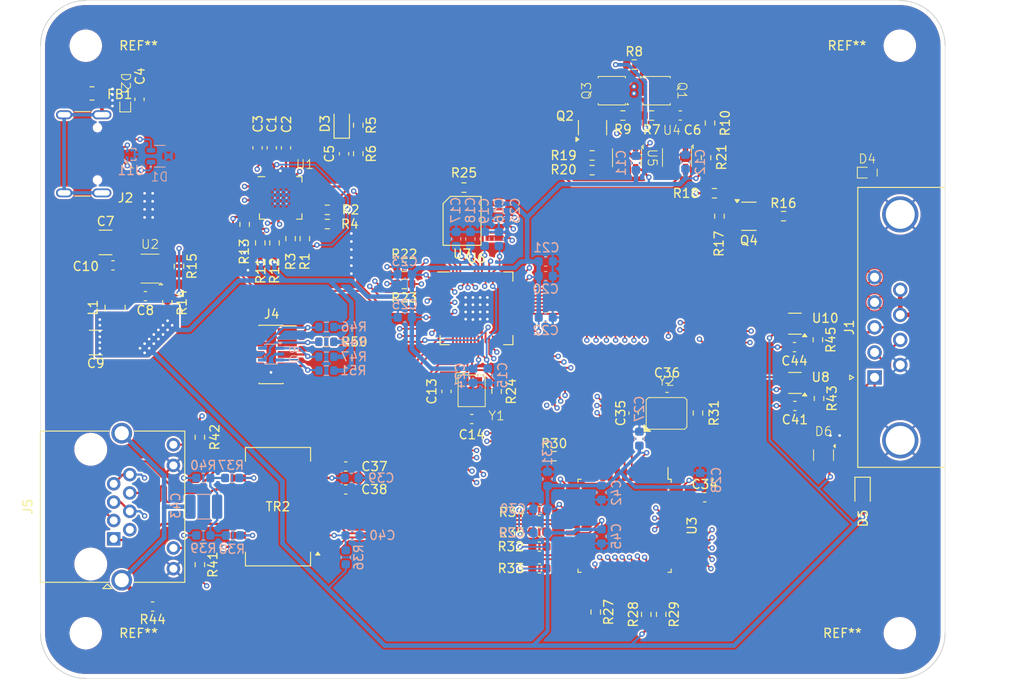
<source format=kicad_pcb>
(kicad_pcb
	(version 20241229)
	(generator "pcbnew")
	(generator_version "9.0")
	(general
		(thickness 1.6)
		(legacy_teardrops no)
	)
	(paper "A4")
	(layers
		(0 "F.Cu" signal)
		(4 "In1.Cu" signal)
		(6 "In2.Cu" signal)
		(2 "B.Cu" signal)
		(9 "F.Adhes" user "F.Adhesive")
		(11 "B.Adhes" user "B.Adhesive")
		(13 "F.Paste" user)
		(15 "B.Paste" user)
		(5 "F.SilkS" user "F.Silkscreen")
		(7 "B.SilkS" user "B.Silkscreen")
		(1 "F.Mask" user)
		(3 "B.Mask" user)
		(17 "Dwgs.User" user "User.Drawings")
		(19 "Cmts.User" user "User.Comments")
		(21 "Eco1.User" user "User.Eco1")
		(23 "Eco2.User" user "User.Eco2")
		(25 "Edge.Cuts" user)
		(27 "Margin" user)
		(31 "F.CrtYd" user "F.Courtyard")
		(29 "B.CrtYd" user "B.Courtyard")
		(35 "F.Fab" user)
		(33 "B.Fab" user)
		(39 "User.1" user)
		(41 "User.2" user)
		(43 "User.3" user)
		(45 "User.4" user)
	)
	(setup
		(stackup
			(layer "F.SilkS"
				(type "Top Silk Screen")
			)
			(layer "F.Paste"
				(type "Top Solder Paste")
			)
			(layer "F.Mask"
				(type "Top Solder Mask")
				(thickness 0.01)
			)
			(layer "F.Cu"
				(type "copper")
				(thickness 0.035)
			)
			(layer "dielectric 1"
				(type "prepreg")
				(thickness 0.1)
				(material "FR4")
				(epsilon_r 4.5)
				(loss_tangent 0.02)
			)
			(layer "In1.Cu"
				(type "copper")
				(thickness 0.035)
			)
			(layer "dielectric 2"
				(type "core")
				(thickness 1.24)
				(material "FR4")
				(epsilon_r 4.5)
				(loss_tangent 0.02)
			)
			(layer "In2.Cu"
				(type "copper")
				(thickness 0.035)
			)
			(layer "dielectric 3"
				(type "prepreg")
				(thickness 0.1)
				(material "FR4")
				(epsilon_r 4.5)
				(loss_tangent 0.02)
			)
			(layer "B.Cu"
				(type "copper")
				(thickness 0.035)
			)
			(layer "B.Mask"
				(type "Bottom Solder Mask")
				(thickness 0.01)
			)
			(layer "B.Paste"
				(type "Bottom Solder Paste")
			)
			(layer "B.SilkS"
				(type "Bottom Silk Screen")
			)
			(copper_finish "None")
			(dielectric_constraints no)
		)
		(pad_to_mask_clearance 0)
		(allow_soldermask_bridges_in_footprints no)
		(tenting front back)
		(pcbplotparams
			(layerselection 0x00000000_00000000_55555555_5755f5ff)
			(plot_on_all_layers_selection 0x00000000_00000000_00000000_00000000)
			(disableapertmacros no)
			(usegerberextensions no)
			(usegerberattributes yes)
			(usegerberadvancedattributes yes)
			(creategerberjobfile yes)
			(dashed_line_dash_ratio 12.000000)
			(dashed_line_gap_ratio 3.000000)
			(svgprecision 4)
			(plotframeref no)
			(mode 1)
			(useauxorigin no)
			(hpglpennumber 1)
			(hpglpenspeed 20)
			(hpglpendiameter 15.000000)
			(pdf_front_fp_property_popups yes)
			(pdf_back_fp_property_popups yes)
			(pdf_metadata yes)
			(pdf_single_document no)
			(dxfpolygonmode yes)
			(dxfimperialunits yes)
			(dxfusepcbnewfont yes)
			(psnegative no)
			(psa4output no)
			(plot_black_and_white yes)
			(sketchpadsonfab no)
			(plotpadnumbers no)
			(hidednponfab no)
			(sketchdnponfab yes)
			(crossoutdnponfab yes)
			(subtractmaskfromsilk no)
			(outputformat 1)
			(mirror no)
			(drillshape 1)
			(scaleselection 1)
			(outputdirectory "")
		)
	)
	(net 0 "")
	(net 1 "/Power/2v7")
	(net 2 "GND")
	(net 3 "Net-(U1-VREG_1V2)")
	(net 4 "Net-(U1-VDD)")
	(net 5 "/Power/Vbus")
	(net 6 "Net-(D3-K)")
	(net 7 "Net-(C6-Pad1)")
	(net 8 "+VDC")
	(net 9 "Net-(U2-CB)")
	(net 10 "Net-(U2-SW)")
	(net 11 "+3V3")
	(net 12 "Net-(U6-Xin)")
	(net 13 "Net-(C14-Pad2)")
	(net 14 "+1V1")
	(net 15 "Net-(U3-Vcap)")
	(net 16 "Net-(U3-OSC1)")
	(net 17 "Net-(C36-Pad1)")
	(net 18 "MAG_IN+")
	(net 19 "TPIN+")
	(net 20 "MAG_IN-")
	(net 21 "TPIN-")
	(net 22 "MAG_IN_Center")
	(net 23 "MAG_OUT_Center")
	(net 24 "Net-(C43-Pad2)")
	(net 25 "GNDPWR")
	(net 26 "/Power/CC2")
	(net 27 "/Power/CC1")
	(net 28 "Net-(D5-K)")
	(net 29 "DATA_LED")
	(net 30 "sense_2_proc")
	(net 31 "sense_1_proc")
	(net 32 "CLK_LED")
	(net 33 "/P3")
	(net 34 "/P4")
	(net 35 "/P2")
	(net 36 "/P1")
	(net 37 "Net-(J2-SHIELD)")
	(net 38 "Net-(U11-D+)")
	(net 39 "Net-(U11-D-)")
	(net 40 "RX+")
	(net 41 "TX-")
	(net 42 "Net-(J5-Pad10)")
	(net 43 "Net-(J5-Pad7)")
	(net 44 "Net-(J5-Pad4)")
	(net 45 "RX-")
	(net 46 "Net-(J5-Pad12)")
	(net 47 "TX+")
	(net 48 "Net-(Q1-Pad4)")
	(net 49 "Net-(Q2-G)")
	(net 50 "Net-(Q2-D)")
	(net 51 "Net-(Q4-D)")
	(net 52 "Net-(Q4-G)")
	(net 53 "Net-(U1-ADDR0)")
	(net 54 "Net-(U1-ADDR1)")
	(net 55 "Net-(U1-VBUS_VS_DISCH)")
	(net 56 "/Power/DISCH")
	(net 57 "SCL")
	(net 58 "SDA")
	(net 59 "RESET")
	(net 60 "Net-(U2-FB)")
	(net 61 "Discharge")
	(net 62 "Net-(R20-Pad2)")
	(net 63 "Net-(U1-VBUS_EN_SNK)")
	(net 64 "D-")
	(net 65 "D+")
	(net 66 "Net-(U6-Xout)")
	(net 67 "Net-(U6-QSPI_SS_N)")
	(net 68 "~{INT}")
	(net 69 "Net-(U3-PSPCFG0)")
	(net 70 "Net-(U3-Rbias)")
	(net 71 "Net-(U3-OSC2)")
	(net 72 "MAG_OUT+")
	(net 73 "MAG_OUT-")
	(net 74 "Net-(TR2-C_RX)")
	(net 75 "Net-(TR2-C_TX)")
	(net 76 "LED_B")
	(net 77 "LED_A")
	(net 78 "Net-(U6-SWCLK)")
	(net 79 "unconnected-(U1-POWER_OK3-Pad14)")
	(net 80 "unconnected-(U1-A_B_SIDE-Pad17)")
	(net 81 "unconnected-(U1-POWER_OK2-Pad20)")
	(net 82 "ALERT")
	(net 83 "unconnected-(U1-NC-Pad3)")
	(net 84 "unconnected-(U1-Attach-Pad11)")
	(net 85 "unconnected-(U1-GPIO-Pad15)")
	(net 86 "Net-(U3-SI{slash}RD{slash}R~{W})")
	(net 87 "Net-(U3-AD3)")
	(net 88 "Net-(U3-AD12)")
	(net 89 "Net-(U3-AD14)")
	(net 90 "Net-(U3-AD10)")
	(net 91 "Net-(U3-~{CS}{slash}CS)")
	(net 92 "Net-(U3-SO{slash}WR{slash}EN)")
	(net 93 "Net-(U3-AD5)")
	(net 94 "Net-(U3-AD9)")
	(net 95 "Net-(U3-AD4)")
	(net 96 "unconnected-(U3-CLKOUT-Pad23)")
	(net 97 "Net-(U3-SCK{slash}AL)")
	(net 98 "Net-(U3-AD2)")
	(net 99 "Net-(U3-AD11)")
	(net 100 "Net-(U3-AD8)")
	(net 101 "Net-(U3-AD13)")
	(net 102 "Net-(U3-AD1)")
	(net 103 "Net-(U3-AD0)")
	(net 104 "Net-(U3-AD6)")
	(net 105 "Net-(U3-AD7)")
	(net 106 "Net-(U4-Pad4)")
	(net 107 "Enable")
	(net 108 "Net-(U6-QSPI_SD2)")
	(net 109 "Net-(U6-QSPI_SD1)")
	(net 110 "MEAS_1")
	(net 111 "MEAS_2")
	(net 112 "Net-(U6-QSPI_SD3)")
	(net 113 "Net-(U6-QSPI_SCLK)")
	(net 114 "Net-(U6-QSPI_SD0)")
	(footprint "Resistor_SMD:R_0603_1608Metric" (layer "F.Cu") (at 114.5662 87.7702 -90))
	(footprint "Capacitor_SMD:C_0603_1608Metric" (layer "F.Cu") (at 161.2632 105.8422 180))
	(footprint "Resistor_SMD:R_0603_1608Metric" (layer "F.Cu") (at 116.2934 89.8144 90))
	(footprint "Capacitor_SMD:C_1210_3225Metric" (layer "F.Cu") (at 98.1072 100.8384 180))
	(footprint "Capacitor_SMD:C_0603_1608Metric" (layer "F.Cu") (at 147.1538 123.4186 180))
	(footprint "Package_TO_SOT_SMD:SOT-23-3" (layer "F.Cu") (at 170.3125 86.868))
	(footprint "Pyllr_Package_DFN_QFN:QFN-56_1EP_7.75x7.75mm_P0.4mm_3.2x3.2mm" (layer "F.Cu") (at 140.2 97.0549))
	(footprint "Resistor_SMD:R_0603_1608Metric" (layer "F.Cu") (at 127.127 79.946 -90))
	(footprint "Capacitor_SMD:C_0603_1608Metric" (layer "F.Cu") (at 139.6728 109.3035))
	(footprint "Capacitor_SMD:C_0603_1608Metric" (layer "F.Cu") (at 136.8788 106.2425 90))
	(footprint "Capacitor_SMD:C_0603_1608Metric" (layer "F.Cu") (at 125.7442 114.5544 180))
	(footprint "Resistor_SMD:R_0603_1608Metric" (layer "F.Cu") (at 167.0551 86.8616 -90))
	(footprint "Pyllr_Package_Crystal:CFPX-180" (layer "F.Cu") (at 161.2072 108.6752))
	(footprint "Resistor_SMD:R_0603_1608Metric" (layer "F.Cu") (at 156.3776 75.722))
	(footprint "Package_TO_SOT_SMD:SOT-23-3" (layer "F.Cu") (at 153.0248 77.0627 90))
	(footprint "Resistor_SMD:R_0603_1608Metric" (layer "F.Cu") (at 157.6354 70.0832))
	(footprint "Connector_Dsub:DSUB-9_Pins_Horizontal_P2.77x2.84mm_EdgePinOffset4.94mm_Housed_MountingHolesOffset4.94mm" (layer "F.Cu") (at 184.2068 104.6988 90))
	(footprint "Pyllr_Package_SO:SOIC-8_5.28x5.28mm_P1.27mm" (layer "F.Cu") (at 138.601 87.376))
	(footprint "Capacitor_SMD:C_0603_1608Metric" (layer "F.Cu") (at 117.5634 79.2988 90))
	(footprint "Package_TO_SOT_SMD:SOT-353_SC-70-5" (layer "F.Cu") (at 175.3994 105.3084 180))
	(footprint "Resistor_SMD:R_0603_1608Metric" (layer "F.Cu") (at 106.0196 96.4306 90))
	(footprint "Capacitor_SMD:C_0603_1608Metric" (layer "F.Cu") (at 147.1538 125.8316))
	(footprint "Capacitor_SMD:C_0603_1608Metric" (layer "F.Cu") (at 147.1408 119.4816 180))
	(footprint "Capacitor_SMD:C_0603_1608Metric" (layer "F.Cu") (at 175.3994 107.8484))
	(footprint "Capacitor_SMD:C_0603_1608Metric" (layer "F.Cu") (at 157.5672 108.6492 90))
	(footprint "Package_TO_SOT_SMD:SOT-353_SC-70-5" (layer "F.Cu") (at 175.3994 98.7552 180))
	(footprint "Resistor_SMD:R_0603_1608Metric" (layer "F.Cu") (at 166.4963 84.3216 180))
	(footprint "Resistor_SMD:R_0603_1608Metric" (layer "F.Cu") (at 117.8682 89.8144 90))
	(footprint "Capacitor_SMD:C_0603_1608Metric" (layer "F.Cu") (at 115.9886 79.2988 90))
	(footprint "Resistor_SMD:R_0603_1608Metric" (layer "F.Cu") (at 165.5724 80.3956 90))
	(footprint "Diode_SMD:D_SOD-323" (layer "F.Cu") (at 125.2982 76.6222 90))
	(footprint "Capacitor_SMD:C_0603_1608Metric" (layer "F.Cu") (at 125.5522 79.9582 -90))
	(footprint "Capacitor_SMD:C_0603_1608Metric" (layer "F.Cu") (at 162.7284 75.722))
	(footprint "Capacitor_SMD:C_0603_1608Metric" (layer "F.Cu") (at 103.5954 95.7076 180))
	(footprint "Resistor_SMD:R_0603_1608Metric" (layer "F.Cu") (at 158.9648 130.9116 90))
	(footprint "Pyllr_Package_TO_SOT_SMD:SOT23-5_2.6W" (layer "F.Cu") (at 156.8348 80.3956 -90))
	(footprint "Resistor_SMD:R_0805_2012Metric" (layer "F.Cu") (at 97.6865 73.279 180))
	(footprint "Resistor_SMD:R_0603_1608Metric" (layer "F.Cu") (at 160.6158 130.9116 -90))
	(footprint "Pyllr_Package_SON:PowerDI3333-8-UX" (layer "F.Cu") (at 155.1584 72.9788 90))
	(footprint "Resistor_SMD:R_0603_1608Metric"
		(layer "F.Cu")
		(uuid "65ab861e-7e70-493f-b6e0-3d6286a80b14")
		(at 148.781 113.411 180)
		(descr "Resistor SMD 0603 (1608 Metric), square (rectangular) end terminal, IPC-7351 nominal, (Body size source: IPC-SM-782 page 72, https://www.pcb-3d.com/wordpress/wp-content/uploads/ipc-sm-782a_amendment_1_and_2.pdf), generated with kicad-footprint-generator")
		(tags "resistor")
		(property "Reference" "R30"
			(at 0 1.397 0)
			(layer "F.SilkS")
			(uuid "cd2b975a-23a5-4514-ad65-a8b62abcb14a")
			(effects
				(font
					(size 1 1)
					(thickness 0.15)
				)
			)
		)
		(property "Value" "12k4"
			(at 0 1.43 0)
			(layer "F.Fab")
			(uuid "4f9138fe-37ff-48d9-a55d-594fdc512ea2")
			(effects
				(font
					(size 1 1)
					(thickness 0.15)
				)
			)
		)
		(property "Datasheet" ""
			(at 0 0 0)
			(layer "F.Fab")
			(hide yes)
			(uuid "845076eb-afe8-4a2f-8832-dd907fc7ab87")
			(effects
				(font
					(size 1.27 1.27)
					(thickness 0.15)
				)
			)
		)
		(property "Description" "Resistor"
			(at 0 0 0)
			(layer "F.Fab")
			(hide yes)
			(uuid "a68ec99f-a8f3-4951-8156-6b3939cb675d")
			(effects
				(font
					(size 1.27 1.27)
					(thickness 0.15)
				)
			)
		)
		(property ki_fp_filters "R_*")
		(path "/d849fe79-2ff9-43aa-8f70-e5a9697e72af")
		(sheetname "/")
		(sheetfile "Ethy.kicad_sch")
		(attr smd)
		(fp_line
			(start -0.237258 0.5225)
			(end 0.237258 0.5225)
			(stroke
				(width 0.12)
				(type solid)
			)
			(layer "F.SilkS")
			(uuid "2336050c-b592-4df4-8f3e-1262e7eefc7b")
		)
		(fp_line
			(start -0.237258 -0.5225)
			(end 0.237258 -0.5225)
			(stroke
				(width 0.12)
				(type solid)
			)
			(layer "F.SilkS")
			(uuid "23849b68-89d8-48d8-802d-d8f5805e31a6")
		)
		(fp_line
			(start 1.48 0.73)
			(end -1.48 0.73)
			(stroke
				(width 0.05)
				(type solid)
			)
			(layer "F.CrtYd")
			(uuid "0ec992e4-cacd-4f41-a497-ef258688c383")
		)
		(fp_line
			(start 1.48 -0.73)
			(end 1.48 0.73)
			(stroke
				(width 0.05)
				(type solid)
			)
			(layer "F.CrtYd")
			(uuid "c8a3ad16-575f-409c-acd3-53df76ae29a4")
		)
		(fp_line
			(start -1.48 0.73)
			(end -1.48 -0.73)
			(stroke
				(width 0.05)
				(type solid)
			)
			(layer "F.CrtYd")
			(uuid "9d61419e-e874-4ab3-b5e2-d03aee2a1266")
		)
		(fp_line
			(start -1.48 -0.73)
			(end 1.48 -0.73)
			(stroke
		
... [1437082 chars truncated]
</source>
